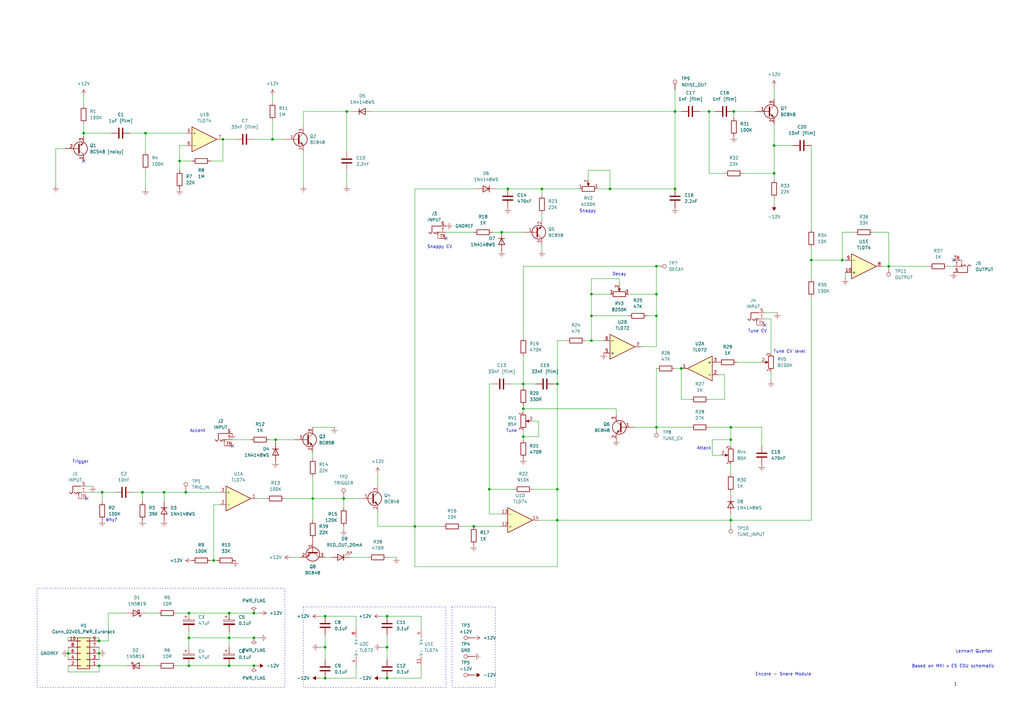
<source format=kicad_sch>
(kicad_sch (version 20231120) (generator "eeschema") (generator_version "8.0")
  (paper "A3")
  (junction (at 76.2 201.93))
  (junction (at 133.35 278.13))
  (junction (at 364.49 109.22))
  (junction (at 208.28 77.47))
  (junction (at 142.24 45.72))
  (junction (at 269.24 175.26))
  (junction (at 194.31 215.9))
  (junction (at 345.44 106.68))
  (junction (at 317.5 59.69))
  (junction (at 214.63 157.48))
  (junction (at 158.75 265.43))
  (junction (at 77.47 261.62))
  (junction (at 133.35 252.73))
  (junction (at 104.14 273.05))
  (junction (at 93.98 261.62))
  (junction (at 27.94 267.97))
  (junction (at 133.35 265.43))
  (junction (at 111.76 57.15))
  (junction (at 104.14 251.46))
  (junction (at 93.98 251.46))
  (junction (at 40.64 273.05))
  (junction (at 242.57 139.7))
  (junction (at 200.66 200.66))
  (junction (at 269.24 120.65))
  (junction (at 87.63 229.87))
  (junction (at 113.03 180.34))
  (junction (at 299.72 180.34))
  (junction (at 214.63 167.64))
  (junction (at 73.66 66.04))
  (junction (at 269.24 129.54))
  (junction (at 140.97 204.47))
  (junction (at 276.86 77.47))
  (junction (at 242.57 120.65))
  (junction (at 332.74 106.68))
  (junction (at 40.64 262.89))
  (junction (at 228.6 200.66))
  (junction (at 279.4 151.13))
  (junction (at 228.6 157.48))
  (junction (at 34.29 54.61))
  (junction (at 250.19 77.47))
  (junction (at 228.6 213.36))
  (junction (at 77.47 251.46))
  (junction (at 242.57 129.54))
  (junction (at 40.64 267.97))
  (junction (at 158.75 278.13))
  (junction (at 59.69 54.61))
  (junction (at 300.99 45.72))
  (junction (at 91.44 57.15))
  (junction (at 317.5 71.12))
  (junction (at 214.63 179.07))
  (junction (at 290.83 45.72))
  (junction (at 77.47 273.05))
  (junction (at 41.91 201.93))
  (junction (at 104.14 261.62))
  (junction (at 170.18 215.9))
  (junction (at 67.31 201.93))
  (junction (at 299.72 213.36))
  (junction (at 58.42 201.93))
  (junction (at 299.72 175.26))
  (junction (at 128.27 204.47))
  (junction (at 93.98 273.05))
  (junction (at 205.74 95.25))
  (junction (at 222.25 77.47))
  (junction (at 158.75 252.73))
  (junction (at 269.24 109.22))
  (junction (at 276.86 45.72))
  (no_connect (at 95.25 182.88))
  (no_connect (at 34.29 66.04))
  (no_connect (at 182.88 97.79))
  (no_connect (at 35.56 204.47))
  (no_connect (at 391.16 106.68))
  (no_connect (at 313.69 133.35))
  (wire (pts (xy 172.72 273.05) (xy 172.72 278.13)))
  (wire (pts (xy 133.35 278.13) (xy 146.05 278.13)))
  (wire (pts (xy 40.64 275.59) (xy 40.64 273.05)))
  (wire (pts (xy 242.57 120.65) (xy 242.57 129.54)))
  (wire (pts (xy 58.42 201.93) (xy 67.31 201.93)))
  (wire (pts (xy 332.74 213.36) (xy 332.74 121.92)))
  (wire (pts (xy 299.72 180.34) (xy 299.72 182.88)))
  (wire (pts (xy 299.72 175.26) (xy 299.72 180.34)))
  (wire (pts (xy 218.44 200.66) (xy 228.6 200.66)))
  (wire (pts (xy 317.5 83.82) (xy 317.5 81.28)))
  (wire (pts (xy 156.21 278.13) (xy 158.75 278.13)))
  (wire (pts (xy 128.27 195.58) (xy 128.27 204.47)))
  (wire (pts (xy 44.45 251.46) (xy 52.07 251.46)))
  (wire (pts (xy 269.24 175.26) (xy 283.21 175.26)))
  (wire (pts (xy 87.63 229.87) (xy 88.9 229.87)))
  (wire (pts (xy 228.6 213.36) (xy 299.72 213.36)))
  (wire (pts (xy 364.49 109.22) (xy 364.49 95.25)))
  (wire (pts (xy 325.12 59.69) (xy 317.5 59.69)))
  (wire (pts (xy 146.05 257.81) (xy 146.05 252.73)))
  (wire (pts (xy 241.3 69.85) (xy 250.19 69.85)))
  (wire (pts (xy 297.18 71.12) (xy 290.83 71.12)))
  (wire (pts (xy 40.64 261.62) (xy 27.94 261.62)))
  (wire (pts (xy 95.25 180.34) (xy 102.87 180.34)))
  (wire (pts (xy 40.64 262.89) (xy 40.64 261.62)))
  (wire (pts (xy 40.64 265.43) (xy 40.64 267.97)))
  (wire (pts (xy 146.05 252.73) (xy 133.35 252.73)))
  (wire (pts (xy 332.74 59.69) (xy 332.74 93.98)))
  (wire (pts (xy 73.66 66.04) (xy 73.66 69.85)))
  (wire (pts (xy 214.63 158.75) (xy 214.63 157.48)))
  (wire (pts (xy 214.63 95.25) (xy 205.74 95.25)))
  (wire (pts (xy 130.81 252.73) (xy 133.35 252.73)))
  (wire (pts (xy 269.24 109.22) (xy 269.24 120.65)))
  (wire (pts (xy 228.6 200.66) (xy 228.6 213.36)))
  (wire (pts (xy 242.57 114.3) (xy 242.57 120.65)))
  (wire (pts (xy 279.4 163.83) (xy 279.4 151.13)))
  (wire (pts (xy 208.28 77.47) (xy 222.25 77.47)))
  (wire (pts (xy 59.69 77.47) (xy 59.69 69.85)))
  (wire (pts (xy 111.76 49.53) (xy 111.76 57.15)))
  (wire (pts (xy 260.35 175.26) (xy 269.24 175.26)))
  (wire (pts (xy 116.84 57.15) (xy 111.76 57.15)))
  (wire (pts (xy 104.14 57.15) (xy 111.76 57.15)))
  (wire (pts (xy 158.75 260.35) (xy 158.75 265.43)))
  (wire (pts (xy 158.75 265.43) (xy 158.75 270.51)))
  (wire (pts (xy 78.74 66.04) (xy 73.66 66.04)))
  (wire (pts (xy 124.46 45.72) (xy 124.46 52.07)))
  (wire (pts (xy 240.03 139.7) (xy 242.57 139.7)))
  (wire (pts (xy 205.74 95.25) (xy 201.93 95.25)))
  (wire (pts (xy 110.49 180.34) (xy 113.03 180.34)))
  (wire (pts (xy 276.86 45.72) (xy 276.86 36.83)))
  (wire (pts (xy 140.97 208.28) (xy 140.97 204.47)))
  (wire (pts (xy 220.98 213.36) (xy 228.6 213.36)))
  (wire (pts (xy 91.44 66.04) (xy 91.44 57.15)))
  (wire (pts (xy 133.35 260.35) (xy 133.35 265.43)))
  (wire (pts (xy 113.03 181.61) (xy 113.03 180.34)))
  (wire (pts (xy 76.2 54.61) (xy 59.69 54.61)))
  (wire (pts (xy 276.86 151.13) (xy 279.4 151.13)))
  (wire (pts (xy 93.98 273.05) (xy 104.14 273.05)))
  (wire (pts (xy 257.81 120.65) (xy 269.24 120.65)))
  (wire (pts (xy 93.98 261.62) (xy 104.14 261.62)))
  (wire (pts (xy 332.74 114.3) (xy 332.74 106.68)))
  (wire (pts (xy 222.25 90.17) (xy 222.25 87.63)))
  (wire (pts (xy 242.57 139.7) (xy 247.65 139.7)))
  (wire (pts (xy 299.72 214.63) (xy 299.72 213.36)))
  (wire (pts (xy 27.94 273.05) (xy 27.94 275.59)))
  (wire (pts (xy 313.69 130.81) (xy 316.23 130.81)))
  (wire (pts (xy 119.38 228.6) (xy 123.19 228.6)))
  (wire (pts (xy 86.36 229.87) (xy 87.63 229.87)))
  (wire (pts (xy 316.23 156.21) (xy 316.23 152.4)))
  (wire (pts (xy 146.05 273.05) (xy 146.05 278.13)))
  (wire (pts (xy 76.2 201.93) (xy 90.17 201.93)))
  (wire (pts (xy 140.97 204.47) (xy 147.32 204.47)))
  (wire (pts (xy 54.61 201.93) (xy 58.42 201.93)))
  (wire (pts (xy 214.63 109.22) (xy 214.63 138.43)))
  (wire (pts (xy 45.72 54.61) (xy 34.29 54.61)))
  (wire (pts (xy 228.6 232.41) (xy 170.18 232.41)))
  (wire (pts (xy 317.5 71.12) (xy 304.8 71.12)))
  (wire (pts (xy 214.63 179.07) (xy 214.63 176.53)))
  (wire (pts (xy 59.69 273.05) (xy 64.77 273.05)))
  (wire (pts (xy 40.64 267.97) (xy 40.64 270.51)))
  (wire (pts (xy 292.1 180.34) (xy 299.72 180.34)))
  (wire (pts (xy 276.86 45.72) (xy 279.4 45.72)))
  (wire (pts (xy 172.72 252.73) (xy 172.72 257.81)))
  (wire (pts (xy 269.24 151.13) (xy 269.24 175.26)))
  (wire (pts (xy 242.57 129.54) (xy 257.81 129.54)))
  (wire (pts (xy 254 114.3) (xy 242.57 114.3)))
  (wire (pts (xy 203.2 77.47) (xy 208.28 77.47)))
  (wire (pts (xy 34.29 50.8) (xy 34.29 54.61)))
  (wire (pts (xy 77.47 259.08) (xy 77.47 261.62)))
  (wire (pts (xy 133.35 265.43) (xy 130.81 265.43)))
  (wire (pts (xy 361.95 109.22) (xy 364.49 109.22)))
  (wire (pts (xy 124.46 76.2) (xy 124.46 62.23)))
  (wire (pts (xy 35.56 201.93) (xy 41.91 201.93)))
  (wire (pts (xy 317.5 73.66) (xy 317.5 71.12)))
  (wire (pts (xy 214.63 167.64) (xy 214.63 166.37)))
  (wire (pts (xy 158.75 265.43) (xy 156.21 265.43)))
  (wire (pts (xy 269.24 142.24) (xy 269.24 129.54)))
  (wire (pts (xy 67.31 205.74) (xy 67.31 201.93)))
  (wire (pts (xy 297.18 153.67) (xy 297.18 163.83)))
  (wire (pts (xy 113.03 180.34) (xy 120.65 180.34)))
  (wire (pts (xy 332.74 106.68) (xy 345.44 106.68)))
  (wire (pts (xy 312.42 175.26) (xy 299.72 175.26)))
  (wire (pts (xy 220.98 172.72) (xy 220.98 179.07)))
  (wire (pts (xy 200.66 157.48) (xy 200.66 200.66)))
  (wire (pts (xy 242.57 129.54) (xy 242.57 139.7)))
  (wire (pts (xy 104.14 273.05) (xy 105.41 273.05)))
  (wire (pts (xy 228.6 157.48) (xy 228.6 200.66)))
  (wire (pts (xy 41.91 205.74) (xy 41.91 201.93)))
  (wire (pts (xy 205.74 215.9) (xy 194.31 215.9)))
  (wire (pts (xy 152.4 45.72) (xy 276.86 45.72)))
  (wire (pts (xy 350.52 95.25) (xy 345.44 95.25)))
  (wire (pts (xy 96.52 57.15) (xy 91.44 57.15)))
  (wire (pts (xy 214.63 157.48) (xy 209.55 157.48)))
  (wire (pts (xy 222.25 77.47) (xy 237.49 77.47)))
  (wire (pts (xy 228.6 213.36) (xy 228.6 232.41)))
  (wire (pts (xy 154.94 194.31) (xy 154.94 199.39)))
  (wire (pts (xy 87.63 229.87) (xy 87.63 207.01)))
  (wire (pts (xy 158.75 278.13) (xy 172.72 278.13)))
  (wire (pts (xy 345.44 95.25) (xy 345.44 106.68)))
  (wire (pts (xy 201.93 157.48) (xy 200.66 157.48)))
  (wire (pts (xy 214.63 168.91) (xy 214.63 167.64)))
  (wire (pts (xy 86.36 66.04) (xy 91.44 66.04)))
  (wire (pts (xy 388.62 109.22) (xy 391.16 109.22)))
  (wire (pts (xy 170.18 232.41) (xy 170.18 215.9)))
  (wire (pts (xy 77.47 251.46) (xy 93.98 251.46)))
  (wire (pts (xy 128.27 204.47) (xy 140.97 204.47)))
  (wire (pts (xy 27.94 265.43) (xy 27.94 267.97)))
  (wire (pts (xy 294.64 153.67) (xy 297.18 153.67)))
  (wire (pts (xy 200.66 200.66) (xy 210.82 200.66)))
  (wire (pts (xy 312.42 148.59) (xy 302.26 148.59)))
  (wire (pts (xy 254 114.3) (xy 254 116.84)))
  (wire (pts (xy 252.73 167.64) (xy 252.73 170.18)))
  (wire (pts (xy 332.74 101.6) (xy 332.74 106.68)))
  (wire (pts (xy 220.98 179.07) (xy 214.63 179.07)))
  (wire (pts (xy 124.46 45.72) (xy 142.24 45.72)))
  (wire (pts (xy 283.21 163.83) (xy 279.4 163.83)))
  (wire (pts (xy 104.14 261.62) (xy 106.68 261.62)))
  (wire (pts (xy 58.42 205.74) (xy 58.42 201.93)))
  (wire (pts (xy 142.24 45.72) (xy 142.24 62.23)))
  (wire (pts (xy 299.72 210.82) (xy 299.72 213.36)))
  (wire (pts (xy 364.49 95.25) (xy 358.14 95.25)))
  (wire (pts (xy 214.63 167.64) (xy 252.73 167.64)))
  (wire (pts (xy 245.11 77.47) (xy 250.19 77.47)))
  (wire (pts (xy 218.44 172.72) (xy 220.98 172.72)))
  (wire (pts (xy 135.89 228.6) (xy 133.35 228.6)))
  (wire (pts (xy 250.19 69.85) (xy 250.19 77.47)))
  (wire (pts (xy 287.02 45.72) (xy 290.83 45.72)))
  (wire (pts (xy 170.18 77.47) (xy 195.58 77.47)))
  (wire (pts (xy 194.31 215.9) (xy 189.23 215.9)))
  (wire (pts (xy 44.45 251.46) (xy 44.45 262.89)))
  (wire (pts (xy 67.31 201.93) (xy 76.2 201.93)))
  (wire (pts (xy 93.98 251.46) (xy 104.14 251.46)))
  (wire (pts (xy 59.69 251.46) (xy 64.77 251.46)))
  (wire (pts (xy 116.84 204.47) (xy 128.27 204.47)))
  (wire (pts (xy 250.19 77.47) (xy 276.86 77.47)))
  (wire (pts (xy 41.91 201.93) (xy 46.99 201.93)))
  (wire (pts (xy 317.5 50.8) (xy 317.5 59.69)))
  (wire (pts (xy 73.66 59.69) (xy 73.66 66.04)))
  (wire (pts (xy 299.72 201.93) (xy 299.72 203.2)))
  (wire (pts (xy 154.94 209.55) (xy 154.94 215.9)))
  (wire (pts (xy 299.72 213.36) (xy 332.74 213.36)))
  (wire (pts (xy 269.24 120.65) (xy 269.24 129.54)))
  (wire (pts (xy 77.47 261.62) (xy 77.47 265.43)))
  (wire (pts (xy 76.2 59.69) (xy 73.66 59.69)))
  (wire (pts (xy 40.64 273.05) (xy 52.07 273.05)))
  (wire (pts (xy 105.41 204.47) (xy 109.22 204.47)))
  (wire (pts (xy 111.76 41.91) (xy 111.76 39.37)))
  (wire (pts (xy 128.27 185.42) (xy 128.27 187.96)))
  (wire (pts (xy 290.83 175.26) (xy 299.72 175.26)))
  (wire (pts (xy 72.39 273.05) (xy 77.47 273.05)))
  (wire (pts (xy 137.16 175.26) (xy 128.27 175.26)))
  (wire (pts (xy 133.35 265.43) (xy 133.35 270.51)))
  (wire (pts (xy 346.71 114.3) (xy 346.71 111.76)))
  (wire (pts (xy 293.37 45.72) (xy 290.83 45.72)))
  (wire (pts (xy 219.71 157.48) (xy 214.63 157.48)))
  (wire (pts (xy 72.39 251.46) (xy 77.47 251.46)))
  (wire (pts (xy 265.43 129.54) (xy 269.24 129.54)))
  (wire (pts (xy 77.47 273.05) (xy 93.98 273.05)))
  (wire (pts (xy 318.77 128.27) (xy 313.69 128.27)))
  (wire (pts (xy 104.14 251.46) (xy 106.68 251.46)))
  (wire (pts (xy 27.94 267.97) (xy 27.94 270.51)))
  (wire (pts (xy 364.49 109.22) (xy 381 109.22)))
  (wire (pts (xy 27.94 275.59) (xy 40.64 275.59)))
  (wire (pts (xy 156.21 252.73) (xy 158.75 252.73)))
  (wire (pts (xy 22.86 60.96) (xy 26.67 60.96)))
  (wire (pts (xy 77.47 261.62) (xy 93.98 261.62)))
  (wire (pts (xy 87.63 207.01) (xy 90.17 207.01)))
  (wire (pts (xy 299.72 190.5) (xy 299.72 194.31)))
  (wire (pts (xy 144.78 45.72) (xy 142.24 45.72)))
  (wire (pts (xy 276.86 77.47) (xy 276.86 45.72)))
  (wire (pts (xy 262.89 142.24) (xy 269.24 142.24)))
  (wire (pts (xy 290.83 71.12) (xy 290.83 45.72)))
  (wire (pts (xy 297.18 163.83) (xy 290.83 163.83)))
  (wire (pts (xy 38.1 199.39) (xy 35.56 199.39)))
  (wire (pts (xy 170.18 215.9) (xy 181.61 215.9)))
  (wire (pts (xy 295.91 186.69) (xy 292.1 186.69)))
  (wire (pts (xy 316.23 130.81) (xy 316.23 144.78)))
  (wire (pts (xy 93.98 261.62) (xy 93.98 265.43)))
  (wire (pts (xy 44.45 262.89) (xy 40.64 262.89)))
  (wire (pts (xy 232.41 139.7) (xy 228.6 139.7)))
  (wire (pts (xy 34.29 54.61) (xy 34.29 55.88)))
  (wire (pts (xy 158.75 252.73) (xy 172.72 252.73)))
  (wire (pts (xy 128.27 213.36) (xy 128.27 204.47)))
  (wire (pts (xy 93.98 259.08) (xy 93.98 261.62)))
  (wire (pts (xy 292.1 186.69) (xy 292.1 180.34)))
  (wire (pts (xy 309.88 45.72) (xy 300.99 45.72)))
  (wire (pts (xy 142.24 76.2) (xy 142.24 69.85)))
  (wire (pts (xy 140.97 217.17) (xy 140.97 215.9)))
  (wire (pts (xy 214.63 179.07) (xy 214.63 180.34)))
  (wire (pts (xy 222.25 102.87) (xy 222.25 100.33)))
  (wire (pts (xy 222.25 80.01) (xy 222.25 77.47)))
  (wire (pts (xy 214.63 146.05) (xy 214.63 157.48)))
  (wire (pts (xy 312.42 182.88) (xy 312.42 175.26)))
  (wire (pts (xy 300.99 48.26) (xy 300.99 45.72)))
  (wire (pts (xy 228.6 157.48) (xy 227.33 157.48)))
  (wire (pts (xy 317.5 35.56) (xy 317.5 40.64)))
  (wire (pts (xy 250.19 120.65) (xy 242.57 120.65)))
  (wire (pts (xy 130.81 278.13) (xy 133.35 278.13)))
  (wire (pts (xy 241.3 73.66) (xy 241.3 69.85)))
  (wire (pts (xy 194.31 95.25) (xy 182.88 95.25)))
  (wire (pts (xy 34.29 39.37) (xy 34.29 43.18)))
  (wire (pts (xy 200.66 210.82) (xy 200.66 200.66)))
  (wire (pts (xy 53.34 54.61) (xy 59.69 54.61)))
  (wire (pts (xy 170.18 77.47) (xy 170.18 215.9)))
  (wire (pts (xy 228.6 139.7) (xy 228.6 157.48)))
  (wire (pts (xy 205.74 210.82) (xy 200.66 210.82)))
  (wire (pts (xy 345.44 106.68) (xy 346.71 106.68)))
  (wire (pts (xy 269.24 109.22) (xy 214.63 109.22)))
  (wire (pts (xy 27.94 261.62) (xy 27.94 262.89)))
  (wire (pts (xy 22.86 76.2) (xy 22.86 60.96)))
  (wire (pts (xy 59.69 54.61) (xy 59.69 62.23)))
  (wire (pts (xy 154.94 215.9) (xy 170.18 215.9)))
  (wire (pts (xy 158.75 228.6) (xy 162.56 228.6)))
  (wire (pts (xy 317.5 59.69) (xy 317.5 71.12)))
  (wire (pts (xy 151.13 228.6) (xy 143.51 228.6)))
  (rectangle (start 185.42 248.92) (end 203.2 281.94) (stroke (width 0.254) (type dot)))
  (rectangle (start 15.24 241.3) (end 116.84 281.94) (stroke (width 0.25) (type dot)))
  (rectangle (start 124.46 248.92) (end 182.88 281.94) (stroke (width 0.25) (type dot)))
  (text "Trigger" (at 33.02 189.484 0) (effects (font (size 1.27 1.27))))
  (text "Snappy" (at 241.046 86.614 0) (effects (font (size 1.27 1.27))))
  (text "Tune CV level" (at 323.85 144.272 0) (effects (font (size 1.27 1.27))))
  (text "Accent" (at 81.026 176.784 0) (effects (font (size 1.27 1.27))))
  (text "Attack" (at 288.798 183.896 0) (effects (font (size 1.27 1.27))))
  (text "Tune CV" (at 310.642 135.89 0) (effects (font (size 1.27 1.27))))
  (text "Tune" (at 209.804 176.784 0) (effects (font (size 1.27 1.27))))
  (text "Encore - Snare Module" (at 321.31 276.606 0) (effects (font (size 1.27 1.27))))
  (text "Decay" (at 254 112.522 0) (effects (font (size 1.27 1.27))))
  (text "Why?" (at 45.72 213.36 0) (effects (font (size 1.27 1.27))))
  (text "Snappy CV" (at 180.34 101.346 0) (effects (font (size 1.27 1.27))))
  (text "Lennart Querter" (at 399.542 267.208 0) (effects (font (size 1.27 1.27))))
  (text "1" (at 391.922 280.67 0) (effects (font (size 1.27 1.27))))
  (text "Based on MKI x ES EDU schematic" (at 390.906 273.304 0) (effects (font (size 1.27 1.27))))
  (symbol (lib_id "synth:R_Default") (at 194.31 219.71 180) (unit 1)
    (property "Reference" "R17" (at 196.85 218.4399 0) (effects (justify right)))
    (property "Value" "1K" (at 196.85 220.9799 0) (effects (justify right)))
    (property "Footprint" "Resistor_SMD:R_0805_2012Metric_Pad1.20x1.40mm_HandSolder" (effects (hide yes)))
    (property "Description" "Resistor" (effects (hide yes)))
  )
  (symbol (lib_id "synth:R_Default") (at 92.71 229.87 90) (unit 1)
    (property "Reference" "R10" (at 92.71 223.52 90))
    (property "Value" "33K" (at 92.71 226.06 90))
    (property "Footprint" "Resistor_SMD:R_0805_2012Metric_Pad1.20x1.40mm_HandSolder" (effects (hide yes)))
    (property "Description" "Resistor" (effects (hide yes)))
  )
  (symbol (lib_id "synth:R_Default") (at 214.63 200.66 270) (unit 1)
    (property "Reference" "R22" (at 214.63 194.31 90))
    (property "Value" "910K" (at 214.63 196.85 90))
    (property "Footprint" "Resistor_SMD:R_0805_2012Metric_Pad1.20x1.40mm_HandSolder" (effects (hide yes)))
    (property "Description" "Resistor" (effects (hide yes)))
  )
  (symbol (lib_id "power:GNDREF") (at 247.65 144.78 0) (unit 1)
    (property "Reference" "#PWR039" (effects (hide yes)))
    (property "Value" "GNDREF" (effects (hide yes)))
    (property "Description" "Power symbol creates a global label with name \"GNDREF\" , reference supply ground" (effects (hide yes)))
  )
  (symbol (lib_id "synth:R_Default") (at 140.97 212.09 0) (unit 1)
    (property "Reference" "R15" (at 138.43 210.8199 0) (effects (justify right)))
    (property "Value" "120K" (at 138.43 213.3599 0) (effects (justify right)))
    (property "Footprint" "Resistor_SMD:R_0805_2012Metric_Pad1.20x1.40mm_HandSolder" (effects (hide yes)))
    (property "Description" "Resistor" (effects (hide yes)))
  )
  (symbol (lib_id "Transistor_BJT:BC848") (at 121.92 57.15 0) (unit 1)
    (property "Reference" "Q2" (at 127 55.8799 0) (effects (justify left)))
    (property "Value" "BC848" (at 127 58.4199 0) (effects (justify left)))
    (property "Footprint" "Package_TO_SOT_SMD:SOT-23_Handsoldering" (effects (hide yes)))
    (property "Datasheet" "http://www.infineon.com/dgdl/Infineon-BC847SERIES_BC848SERIES_BC849SERIES_BC850SERIES-DS-v01_01-en.pdf?fileId=db3a304314dca389011541d4630a1657" (effects (hide yes)))
    (property "Description" "0.1A Ic, 30V Vce, NPN Transistor, SOT-23" (effects (hide yes)))
  )
  (symbol (lib_id "power:GNDREF") (at 391.16 111.76 0) (unit 1)
    (property "Reference" "#PWR049" (effects (hide yes)))
    (property "Value" "GNDREF" (effects (hide yes)))
    (property "Description" "Power symbol creates a global label with name \"GNDREF\" , reference supply ground" (effects (hide yes)))
  )
  (symbol (lib_id "power:-12V") (at 105.41 273.05 270) (unit 1)
    (property "Reference" "#PWR014" (effects (hide yes)))
    (property "Value" "-12V" (at 109.22 273.0499 90) (effects (justify left)))
    (property "Description" "Power symbol creates a global label with name \"-12V\"" (effects (hide yes)))
  )
  (symbol (lib_id "Device:R") (at 128.27 217.17 0) (unit 1)
    (property "Reference" "R39" (at 130.81 215.8999 0) (effects (justify left)))
    (property "Value" "22K" (at 130.81 218.4399 0) (effects (justify left)))
    (property "Footprint" "Resistor_SMD:R_0805_2012Metric_Pad1.20x1.40mm_HandSolder" (effects (hide yes)))
    (property "Description" "Resistor" (effects (hide yes)))
  )
  (symbol (lib_id "Diode:1N4148WS") (at 205.74 99.06 270) (unit 1)
    (property "Reference" "D7" (at 203.2 97.7899 90) (effects (justify right)))
    (property "Value" "1N4148WS" (at 203.2 100.3299 90) (effects (justify right)))
    (property "Footprint" "Diode_SMD:D_SOD-323_HandSoldering" (effects (hide yes)))
    (property "Datasheet" "https://www.vishay.com/docs/85751/1n4148ws.pdf" (effects (hide yes)))
    (property "Description" "75V 0.15A Fast switching Diode, SOD-323" (effects (hide yes)))
    (property "Sim.Device" "D" (effects (hide yes)))
    (property "Sim.Pins" "1=K 2=A" (effects (hide yes)))
  )
  (symbol (lib_id "power:GNDREF") (at 318.77 128.27 0) (unit 1)
    (property "Reference" "#PWR043" (effects (hide yes)))
    (property "Value" "GNDREF" (effects (hide yes)))
    (property "Description" "Power symbol creates a global label with name \"GNDREF\" , reference supply ground" (effects (hide yes)))
  )
  (symbol (lib_id "synth:C_sm (MKS)") (at 328.93 59.69 90) (unit 1)
    (property "Reference" "C20" (at 328.93 52.07 90))
    (property "Value" "10nF [film]" (at 328.93 54.61 90))
    (property "Footprint" "Synth:C_RECT_WIMA_0.1uF" (effects (hide yes)))
    (property "Description" "Unpolarized capacitor" (effects (hide yes)))
  )
  (symbol (lib_id "Transistor_BJT:BC858") (at 219.71 95.25 0) (mirror x) (unit 1)
    (property "Reference" "Q5" (at 224.79 93.9799 0) (effects (justify left)))
    (property "Value" "BC858" (at 224.79 96.5199 0) (effects (justify left)))
    (property "Footprint" "Package_TO_SOT_SMD:SOT-23_Handsoldering" (effects (hide yes)))
    (property "Datasheet" "https://www.onsemi.com/pub/Collateral/BC860-D.pdf" (effects (hide yes)))
    (property "Description" "0.1A Ic, 30V Vce, PNP Transistor, SOT-23" (effects (hide yes)))
  )
  (symbol (lib_id "power:GNDREF") (at 205.74 102.87 0) (unit 1)
    (property "Reference" "#PWR035" (effects (hide yes)))
    (property "Value" "GNDREF" (effects (hide yes)))
    (property "Description" "Power symbol creates a global label with name \"GNDREF\" , reference supply ground" (effects (hide yes)))
  )
  (symbol (lib_id "synth:R_Default") (at 73.66 73.66 0) (unit 1)
    (property "Reference" "R7" (at 76.2 72.3899 0) (effects (justify left)))
    (property "Value" "22K" (at 76.2 74.9299 0) (effects (justify left)))
    (property "Footprint" "Resistor_SMD:R_0805_2012Metric_Pad1.20x1.40mm_HandSolder" (effects (hide yes)))
    (property "Description" "Resistor" (effects (hide yes)))
  )
  (symbol (lib_id "Connector:TestPoint") (at 364.49 109.22 180) (unit 1) (in_bom no)
    (property "Reference" "TP11" (at 367.03 111.2519 0) (effects (justify right)))
    (property "Value" "OUTPUT" (at 367.03 113.7919 0) (effects (justify right)))
    (property "Footprint" "Connector_Pin:Pin_D1.0mm_L10.0mm" (effects (hide yes)))
    (property "Description" "test point" (effects (hide yes)))
  )
  (symbol (lib_id "Amplifier_Operational:TL072") (at 148.59 265.43 0) (unit 3)
    (property "Reference" "U2" (at 147.32 264.1599 0) (effects (justify left)))
    (property "Value" "TL072" (at 147.32 266.6999 0) (effects (justify left)))
    (property "Footprint" "Synth:SOIC-8" (effects (hide yes)))
    (property "Datasheet" "http://www.ti.com/lit/ds/symlink/tl071.pdf" (effects (hide yes)))
    (property "Description" "Dual Low-Noise JFET-Input Operational Amplifiers, DIP-8/SOIC-8" (effects (hide yes)))
  )
  (symbol (lib_id "Diode:1N4148WS") (at 299.72 207.01 270) (unit 1)
    (property "Reference" "D8" (at 302.26 205.7399 90) (effects (justify left)))
    (property "Value" "1N4148WS" (at 302.26 208.2799 90) (effects (justify left)))
    (property "Footprint" "Diode_SMD:D_SOD-323_HandSoldering" (effects (hide yes)))
    (property "Datasheet" "https://www.vishay.com/docs/85751/1n4148ws.pdf" (effects (hide yes)))
    (property "Description" "75V 0.15A Fast switching Diode, SOD-323" (effects (hide yes)))
    (property "Sim.Device" "D" (effects (hide yes)))
    (property "Sim.Pins" "1=K 2=A" (effects (hide yes)))
  )
  (symbol (lib_id "power:+12V") (at 34.29 39.37 0) (unit 1)
    (property "Reference" "#PWR03" (effects (hide yes)))
    (property "Value" "+12V" (at 34.29 34.29 0))
    (property "Description" "Power symbol creates a global label with name \"+12V\"" (effects (hide yes)))
  )
  (symbol (lib_id "Device:C") (at 158.75 274.32 0) (unit 1)
    (property "Reference" "C12" (at 162.56 273.0499 0) (effects (justify left)))
    (property "Value" "0.1uF" (at 162.56 275.5899 0) (effects (justify left)))
    (property "Footprint" "Capacitor_SMD:C_0805_2012Metric_Pad1.18x1.45mm_HandSolder" (effects (hide yes)))
    (property "Description" "Unpolarized capacitor" (effects (hide yes)))
  )
  (symbol (lib_id "synth:R_Default") (at 354.33 95.25 270) (unit 1)
    (property "Reference" "R36" (at 354.33 88.9 90))
    (property "Value" "33K" (at 354.33 91.44 90))
    (property "Footprint" "Resistor_SMD:R_0805_2012Metric_Pad1.20x1.40mm_HandSolder" (effects (hide yes)))
    (property "Description" "Resistor" (effects (hide yes)))
  )
  (symbol (lib_id "Diode:1N4148WS") (at 199.39 77.47 180) (unit 1)
    (property "Reference" "D6" (at 199.39 71.12 0))
    (property "Value" "1N4148WS" (at 199.39 73.66 0))
    (property "Footprint" "Diode_SMD:D_SOD-323_HandSoldering" (effects (hide yes)))
    (property "Datasheet" "https://www.vishay.com/docs/85751/1n4148ws.pdf" (effects (hide yes)))
    (property "Description" "75V 0.15A Fast switching Diode, SOD-323" (effects (hide yes)))
    (property "Sim.Device" "D" (effects (hide yes)))
    (property "Sim.Pins" "1=K 2=A" (effects (hide yes)))
  )
  (symbol (lib_id "Connector:TestPoint") (at 76.2 201.93 0) (unit 1) (in_bom no)
    (property "Reference" "TP1" (at 78.74 197.3579 0) (effects (justify left)))
    (property "Value" "TRIG_IN" (at 78.74 199.8979 0) (effects (justify left)))
    (property "Footprint" "Connector_Pin:Pin_D1.0mm_L10.0mm" (effects (hide yes)))
    (property "Description" "test point" (effects (hide yes)))
  )
  (symbol (lib_id "synth:R_Default") (at 82.55 66.04 270) (unit 1)
    (property "Reference" "R8" (at 82.55 69.85 90))
    (property "Value" "1M" (at 82.55 72.39 90))
    (property "Footprint" "Resistor_SMD:R_0805_2012Metric_Pad1.20x1.40mm_HandSolder" (effects (hide yes)))
    (property "Description" "Resistor" (effects (hide yes)))
  )
  (symbol (lib_id "Diode:1N5819") (at 55.88 273.05 0) (unit 1)
    (property "Reference" "D2" (at 55.5625 266.7 0))
    (property "Value" "1N5819" (at 55.5625 269.24 0))
    (property "Footprint" "Diode_SMD:D_SOD-123" (effects (hide yes)))
    (property "Datasheet" "http://www.vishay.com/docs/88525/1n5817.pdf" (effects (hide yes)))
    (property "Description" "40V 1A Schottky Barrier Rectifier Diode, DO-41" (effects (hide yes)))
  )
  (symbol (lib_id "power:GNDREF") (at 346.71 114.3 0) (unit 1)
    (property "Reference" "#PWR048" (effects (hide yes)))
    (property "Value" "GNDREF" (effects (hide yes)))
    (property "Description" "Power symbol creates a global label with name \"GNDREF\" , reference supply ground" (effects (hide yes)))
  )
  (symbol (lib_id "synth:R_Default") (at 300.99 52.07 180) (unit 1)
    (property "Reference" "R31" (at 303.53 50.7999 0) (effects (justify right)))
    (property "Value" "100K" (at 303.53 53.3399 0) (effects (justify right)))
    (property "Footprint" "Resistor_SMD:R_0805_2012Metric_Pad1.20x1.40mm_HandSolder" (effects (hide yes)))
    (property "Description" "Resistor" (effects (hide yes)))
  )
  (symbol (lib_id "synth:R_Potentiometer (P0915N)") (at 214.63 172.72 0) (unit 1)
    (property "Reference" "RV1" (at 212.09 171.4499 0) (effects (justify right)))
    (property "Value" "B5K" (at 212.09 173.9899 0) (effects (justify right)))
    (property "Footprint" "Synth:Potentiometer_TT_P0915N" (effects (hide yes)))
    (property "Description" "Potentiometer" (effects (hide yes)))
  )
  (symbol (lib_id "synth:R_Default") (at 332.74 118.11 180) (unit 1)
    (property "Reference" "R35" (at 335.28 116.8399 0) (effects (justify right)))
    (property "Value" "100K" (at 335.28 119.3799 0) (effects (justify right)))
    (property "Footprint" "Resistor_SMD:R_0805_2012Metric_Pad1.20x1.40mm_HandSolder" (effects (hide yes)))
    (property "Description" "Resistor" (effects (hide yes)))
  )
  (symbol (lib_id "synth:C_sm (MKS)") (at 223.52 157.48 90) (unit 1)
    (property "Reference" "C15" (at 223.52 149.86 90))
    (property "Value" "33nF [film]" (at 223.52 152.4 90))
    (property "Footprint" "Synth:C_RECT_WIMA_0.1uF" (effects (hide yes)))
    (property "Description" "Unpolarized capacitor" (effects (hide yes)))
  )
  (symbol (lib_id "synth:AudioJack_Mono_3.5mm") (at 30.48 201.93 0) (unit 1)
    (property "Reference" "J1" (at 30.7975 194.31 0))
    (property "Value" "INPUT" (at 30.7975 196.85 0))
    (property "Footprint" "Synth:Jack_3.5mm_QingPu_WQP-PJ398SM_Vertical_CircularHoles" (effects (hide yes)))
    (property "Description" "Audio Jack, 2 Poles (Mono / TS), Switched T Pole (Normalling)" (effects (hide yes)))
  )
  (symbol (lib_id "Connector:TestPoint") (at 269.24 109.22 270) (unit 1) (in_bom no)
    (property "Reference" "TP7" (at 274.32 107.9499 90) (effects (justify left)))
    (property "Value" "DECAY" (at 274.32 110.4899 90) (effects (justify left)))
    (property "Footprint" "Connector_Pin:Pin_D1.0mm_L10.0mm" (effects (hide yes)))
    (property "Description" "test point" (effects (hide yes)))
  )
  (symbol (lib_id "power:GNDREF") (at 194.31 223.52 0) (unit 1)
    (property "Reference" "#PWR031" (effects (hide yes)))
    (property "Value" "GNDREF" (effects (hide yes)))
    (property "Description" "Power symbol creates a global label with name \"GNDREF\" , reference supply ground" (effects (hide yes)))
  )
  (symbol (lib_id "Device:R") (at 68.58 273.05 90) (unit 1)
    (property "Reference" "R6" (at 68.58 266.7 90))
    (property "Value" "10R" (at 68.58 269.24 90))
    (property "Footprint" "Resistor_SMD:R_0805_2012Metric_Pad1.20x1.40mm_HandSolder" (effects (hide yes)))
    (property "Description" "Resistor" (effects (hide yes)))
  )
  (symbol (lib_id "power:+12V") (at 111.76 39.37 0) (unit 1)
    (property "Reference" "#PWR017" (effects (hide yes)))
    (property "Value" "+12V" (at 111.76 34.29 0))
    (property "Description" "Power symbol creates a global label with name \"+12V\"" (effects (hide yes)))
  )
  (symbol (lib_id "power:GNDREF") (at 252.73 180.34 0) (unit 1)
    (property "Reference" "#PWR040" (effects (hide yes)))
    (property "Value" "GNDREF" (effects (hide yes)))
    (property "Description" "Power symbol creates a global label with name \"GNDREF\" , reference supply ground" (effects (hide yes)))
  )
  (symbol (lib_id "power:PWR_FLAG") (at 104.14 251.46 0) (unit 1) (exclude_from_sim yes) (in_bom no)
    (property "Reference" "#FLG01" (effects (hide yes)))
    (property "Value" "PWR_FLAG" (at 104.14 246.38 0))
    (property "Description" "Special symbol for telling ERC where power comes from" (effects (hide yes)))
  )
  (symbol (lib_id "Diode:1N5819") (at 55.88 251.46 180) (unit 1)
    (property "Reference" "D1" (at 56.1975 245.11 0))
    (property "Value" "1N5819" (at 56.1975 247.65 0))
    (property "Footprint" "Diode_SMD:D_SOD-123" (effects (hide yes)))
    (property "Datasheet" "http://www.vishay.com/docs/88525/1n5817.pdf" (effects (hide yes)))
    (property "Description" "40V 1A Schottky Barrier Rectifier Diode, DO-41" (effects (hide yes)))
  )
  (symbol (lib_id "synth:C_sm (MKS)") (at 50.8 201.93 90) (unit 1)
    (property "Reference" "C2" (at 50.8 194.31 90))
    (property "Value" "10nF" (at 50.8 196.85 90))
    (property "Footprint" "Capacitor_SMD:C_0805_2012Metric_Pad1.18x1.45mm_HandSolder" (effects (hide yes)))
    (property "Description" "Unpolarized capacitor" (effects (hide yes)))
  )
  (symbol (lib_id "Device:C_Polarized") (at 93.98 269.24 0) (unit 1)
    (property "Reference" "C6" (at 97.79 267.0809 0) (effects (justify left)))
    (property "Value" "0.1uF" (at 97.79 269.6209 0) (effects (justify left)))
    (property "Footprint" "Capacitor_THT:CP_Radial_D4.0mm_P2.00mm" (effects (hide yes)))
    (property "Description" "Polarized capacitor" (effects (hide yes)))
  )
  (symbol (lib_id "power:GNDREF") (at 208.28 85.09 0) (unit 1)
    (property "Reference" "#PWR036" (effects (hide yes)))
    (property "Value" "GNDREF" (effects (hide yes)))
    (property "Description" "Power symbol creates a global label with name \"GNDREF\" , reference supply ground" (effects (hide yes)))
  )
  (symbol (lib_id "power:GNDREF") (at 73.66 77.47 0) (unit 1)
    (property "Reference" "#PWR010" (effects (hide yes)))
    (property "Value" "GNDREF" (effects (hide yes)))
    (property "Description" "Power symbol creates a global label with name \"GNDREF\" , reference supply ground" (effects (hide yes)))
  )
  (symbol (lib_id "synth:R_Default") (at 261.62 129.54 90) (unit 1)
    (property "Reference" "R25" (at 261.62 123.19 90))
    (property "Value" "47K" (at 261.62 125.73 90))
    (property "Footprint" "Resistor_SMD:R_0805_2012Metric_Pad1.20x1.40mm_HandSolder" (effects (hide yes)))
    (property "Description" "Resistor" (effects (hide yes)))
  )
  (symbol (lib_id "synth:R_Potentiometer (P0915N)") (at 316.23 148.59 180) (unit 1)
    (property "Reference" "RV5" (at 318.77 147.3199 0) (effects (justify right)))
    (property "Value" "B100K" (at 318.77 149.8599 0) (effects (justify right)))
    (property "Footprint" "Synth:Potentiometer_TT_P0915N" (effects (hide yes)))
    (property "Description" "Potentiometer" (effects (hide yes)))
  )
  (symbol (lib_id "Connector:TestPoint") (at 194.31 261.62 90) (unit 1) (in_bom no)
    (property "Reference" "TP3" (at 191.008 256.54 90))
    (property "Value" "+12V" (at 191.008 259.08 90))
    (property "Footprint" "Connector_Pin:Pin_D1.0mm_L10.0mm" (effects (hide yes)))
    (property "Description" "test point" (effects (hide yes)))
  )
  (symbol (lib_id "power:-12V") (at 130.81 278.13 90) (unit 1)
    (property "Reference" "#PWR023" (effects (hide yes)))
    (property "Value" "-12V" (at 127 278.1299 90) (effects (justify left)))
    (property "Description" "Power symbol creates a global label with name \"-12V\"" (effects (hide yes)))
  )
  (symbol (lib_id "power:PWR_FLAG") (at 104.14 261.62 180) (unit 1) (exclude_from_sim yes) (in_bom no)
    (property "Reference" "#FLG02" (effects (hide yes)))
    (property "Value" "PWR_FLAG" (at 104.14 266.7 0))
    (property "Description" "Special symbol for telling ERC where power comes from" (effects (hide yes)))
  )
  (symbol (lib_id "Device:C_Polarized") (at 77.47 269.24 0) (unit 1)
    (property "Reference" "C4" (at 81.28 267.0809 0) (effects (justify left)))
    (property "Value" "47uF" (at 81.28 269.6209 0) (effects (justify left)))
    (property "Footprint" "Capacitor_THT:CP_Radial_D6.3mm_P2.50mm" (effects (hide yes)))
    (property "Description" "Polarized capacitor" (effects (hide yes)))
  )
  (symbol (lib_id "power:GNDREF") (at 106.68 261.62 90) (unit 1)
    (property "Reference" "#PWR016" (effects (hide yes)))
    (property "Value" "GNDREF" (effects (hide yes)))
    (property "Description" "Power symbol creates a global label with name \"GNDREF\" , reference supply ground" (effects (hide yes)))
  )
  (symbol (lib_id "synth:R_Default") (at 82.55 229.87 90) (unit 1)
    (property "Reference" "R9" (at 82.55 223.52 90))
    (property "Value" "100K" (at 82.55 226.06 90))
    (property "Footprint" "Resistor_SMD:R_0805_2012Metric_Pad1.20x1.40mm_HandSolder" (effects (hide yes)))
    (property "Description" "Resistor" (effects (hide yes)))
  )
  (symbol (lib_id "Amplifier_Operational:TL074") (at 97.79 204.47 0) (unit 1)
    (property "Reference" "U1" (at 97.79 194.31 0))
    (property "Value" "TL074" (at 97.79 196.85 0))
    (property "Footprint" "Synth:SOIC-14" (effects (hide yes)))
    (property "Datasheet" "http://www.ti.com/lit/ds/symlink/tl071.pdf" (effects (hide yes)))
    (property "Description" "Quad Low-Noise JFET-Input Operational Amplifiers, DIP-14/SOIC-14" (effects (hide yes)))
  )
  (symbol (lib_id "power:GNDREF") (at 59.69 77.47 0) (unit 1)
    (property "Reference" "#PWR08" (effects (hide yes)))
    (property "Value" "GNDREF" (effects (hide yes)))
    (property "Description" "Power symbol creates a global label with name \"GNDREF\" , reference supply ground" (effects (hide yes)))
  )
  (symbol (lib_id "Connector:TestPoint") (at 140.97 204.47 0) (unit 1) (in_bom no)
    (property "Reference" "TP2" (at 140.97 195.58 0))
    (property "Value" "TRIGGER" (at 140.97 198.12 0))
    (property "Footprint" "Connector_Pin:Pin_D1.0mm_L10.0mm" (effects (hide yes)))
    (property "Description" "test point" (effects (hide yes)))
  )
  (symbol (lib_id "Device:C") (at 312.42 186.69 0) (unit 1)
    (property "Reference" "C19" (at 316.23 185.4199 0) (effects (justify left)))
    (property "Value" "470nF" (at 316.23 187.9599 0) (effects (justify left)))
    (property "Footprint" "Capacitor_SMD:C_0805_2012Metric_Pad1.18x1.45mm_HandSolder" (effects (hide yes)))
    (property "Description" "Unpolarized capacitor" (effects (hide yes)))
  )
  (symbol (lib_id "synth:R_Default") (at 236.22 139.7 90) (unit 1)
    (property "Reference" "R24" (at 236.22 133.35 90))
    (property "Value" "47K" (at 236.22 135.89 90))
    (property "Footprint" "Resistor_SMD:R_0805_2012Metric_Pad1.20x1.40mm_HandSolder" (effects (hide yes)))
    (property "Description" "Resistor" (effects (hide yes)))
  )
  (symbol (lib_id "power:GNDREF") (at 140.97 217.17 0) (unit 1)
    (property "Reference" "#PWR024" (effects (hide yes)))
    (property "Value" "GNDREF" (effects (hide yes)))
    (property "Description" "Power symbol creates a global label with name \"GNDREF\" , reference supply ground" (effects (hide yes)))
  )
  (symbol (lib_id "synth:R_Default") (at 185.42 215.9 90) (unit 1)
    (property "Reference" "R16" (at 185.42 209.55 90))
    (property "Value" "10K" (at 185.42 212.09 90))
    (property "Footprint" "Resistor_SMD:R_0805_2012Metric_Pad1.20x1.40mm_HandSolder" (effects (hide yes)))
    (property "Description" "Resistor" (effects (hide yes)))
  )
  (symbol (lib_id "power:GNDREF") (at 156.21 265.43 270) (unit 1)
    (property "Reference" "#PWR028" (effects (hide yes)))
    (property "Value" "GNDREF" (effects (hide yes)))
    (property "Description" "Power symbol creates a global label with name \"GNDREF\" , reference supply ground" (effects (hide yes)))
  )
  (symbol (lib_id "synth:R_Default") (at 34.29 46.99 180) (unit 1)
    (property "Reference" "R1" (at 36.83 45.7199 0) (effects (justify right)))
    (property "Value" "100K" (at 36.83 48.2599 0) (effects (justify right)))
    (property "Footprint" "Resistor_SMD:R_0805_2012Metric_Pad1.20x1.40mm_HandSolder" (effects (hide yes)))
    (property "Description" "Resistor" (effects (hide yes)))
  )
  (symbol (lib_id "Connector:TestPoint") (at 276.86 36.83 0) (unit 1) (in_bom no)
    (property "Reference" "TP9" (at 279.4 32.2579 0) (effects (justify left)))
    (property "Value" "NOISE_OUT" (at 279.4 34.7979 0) (effects (justify left)))
    (property "Footprint" "Connector_Pin:Pin_D1.0mm_L10.0mm" (effects (hide yes)))
    (property "Description" "test point" (effects (hide yes)))
  )
  (symbol (lib_id "synth:R_Default") (at 273.05 151.13 270) (unit 1)
    (property "Reference" "R26" (at 273.05 144.78 90))
    (property "Value" "47K" (at 273.05 147.32 90))
    (property "Footprint" "Resistor_SMD:R_0805_2012Metric_Pad1.20x1.40mm_HandSolder" (effects (hide yes)))
    (property "Description" "Resistor" (effects (hide yes)))
  )
  (symbol (lib_id "Amplifier_Operational:TL072") (at 255.27 142.24 0) (mirror x) (unit 2)
    (property "Reference" "U2" (at 255.27 132.08 0))
    (property "Value" "TL072" (at 255.27 134.62 0))
    (property "Footprint" "Synth:SOIC-8" (effects (hide yes)))
    (property "Datasheet" "http://www.ti.com/lit/ds/symlink/tl071.pdf" (effects (hide yes)))
    (property "Description" "Dual Low-Noise JFET-Input Operational Amplifiers, DIP-8/SOIC-8" (effects (hide yes)))
  )
  (symbol (lib_id "synth:R_Default") (at 300.99 71.12 90) (unit 1)
    (property "Reference" "R32" (at 300.99 64.77 90))
    (property "Value" "22K" (at 300.99 67.31 90))
    (property "Footprint" "Resistor_SMD:R_0805_2012Metric_Pad1.20x1.40mm_HandSolder" (effects (hide yes)))
    (property "Description" "Resistor" (effects (hide yes)))
  )
  (symbol (lib_id "synth:AudioJack_Mono_3.5mm") (at 90.17 180.34 0) (unit 1)
    (property "Reference" "J2" (at 90.4875 172.72 0))
    (property "Value" "INPUT" (at 90.4875 175.26 0))
    (property "Footprint" "Synth:Jack_3.5mm_QingPu_WQP-PJ398SM_Vertical_CircularHoles" (effects (hide yes)))
    (property "Description" "Audio Jack, 2 Poles (Mono / TS), Switched T Pole (Normalling)" (effects (hide yes)))
  )
  (symbol (lib_id "Device:C_Polarized") (at 77.47 255.27 0) (unit 1)
    (property "Reference" "C3" (at 81.28 253.1109 0) (effects (justify left)))
    (property "Value" "47uF" (at 81.28 255.6509 0) (effects (justify left)))
    (property "Footprint" "Capacitor_THT:CP_Radial_D6.3mm_P2.50mm" (effects (hide yes)))
    (property "Description" "Polarized capacitor" (effects (hide yes)))
  )
  (symbol (lib_id "Device:C") (at 158.75 256.54 0) (unit 1)
    (property "Reference" "C11" (at 162.56 255.2699 0) (effects (justify left)))
    (property "Value" "0.1uF" (at 162.56 257.8099 0) (effects (justify left)))
    (property "Footprint" "Capacitor_SMD:C_0805_2012Metric_Pad1.18x1.45mm_HandSolder" (effects (hide yes)))
    (property "Description" "Unpolarized capacitor" (effects (hide yes)))
  )
  (symbol (lib_id "power:GNDREF") (at 124.46 76.2 0) (unit 1)
    (property "Reference" "#PWR019" (effects (hide yes)))
    (property "Value" "GNDREF" (effects (hide yes)))
    (property "Description" "Power symbol creates a global label with name \"GNDREF\" , reference supply ground" (effects (hide yes)))
  )
  (symbol (lib_id "power:GNDREF") (at 40.64 267.97 90) (unit 1)
    (property "Reference" "#PWR05" (effects (hide yes)))
    (property "Value" "GNDREF" (effects (hide yes)))
    (property "Description" "Power symbol creates a global label with name \"GNDREF\" , reference supply ground" (effects (hide yes)))
  )
  (symbol (lib_id "power:GNDREF") (at 162.56 228.6 0) (unit 1)
    (property "Reference" "#PWR050" (effects (hide yes)))
    (property "Value" "GNDREF" (effects (hide yes)))
    (property "Description" "Power symbol creates a global label with name \"GNDREF\" , reference supply ground" (effects (hide yes)))
  )
  (symbol (lib_id "power:GNDREF") (at 300.99 55.88 0) (unit 1)
    (property "Reference" "#PWR042" (effects (hide yes)))
    (property "Value" "GNDREF" (effects (hide yes)))
    (property "Description" "Power symbol creates a global label with name \"GNDREF\" , reference supply ground" (effects (hide yes)))
  )
  (symbol (lib_id "power:GNDREF") (at 38.1 199.39 0) (unit 1)
    (property "Reference" "#PWR04" (effects (hide yes)))
    (property "Value" "GNDREF" (effects (hide yes)))
    (property "Description" "Power symbol creates a global label with name \"GNDREF\" , reference supply ground" (effects (hide yes)))
  )
  (symbol (lib_id "Connector:TestPoint") (at 299.72 214.63 180) (unit 1) (in_bom no)
    (property "Reference" "TP10" (at 302.26 216.6619 0) (effects (justify right)))
    (property "Value" "TUNE_INPUT" (at 302.26 219.2019 0) (effects (justify right)))
    (property "Footprint" "Connector_Pin:Pin_D1.0mm_L10.0mm" (effects (hide yes)))
    (property "Description" "test point" (effects (hide yes)))
  )
  (symbol (lib_id "synth:R_Default") (at 59.69 66.04 180) (unit 1)
    (property "Reference" "R4" (at 62.23 64.7699 0) (effects (justify right)))
    (property "Value" "100K" (at 62.23 67.3099 0) (effects (justify right)))
    (property "Footprint" "Resistor_SMD:R_0805_2012Metric_Pad1.20x1.40mm_HandSolder" (effects (hide yes)))
    (property "Description" "Resistor" (effects (hide yes)))
  )
  (symbol (lib_id "Diode:1N4148WS") (at 148.59 45.72 0) (unit 1)
    (property "Reference" "D5" (at 148.59 39.37 0))
    (property "Value" "1N4148WS" (at 148.59 41.91 0))
    (property "Footprint" "Diode_SMD:D_SOD-323_HandSoldering" (effects (hide yes)))
    (property "Datasheet" "https://www.vishay.com/docs/85751/1n4148ws.pdf" (effects (hide yes)))
    (property "Description" "75V 0.15A Fast switching Diode, SOD-323" (effects (hide yes)))
    (property "Sim.Device" "D" (effects (hide yes)))
    (property "Sim.Pins" "1=K 2=A" (effects (hide yes)))
  )
  (symbol (lib_id "synth:R_Default") (at 317.5 77.47 180) (unit 1)
    (property "Reference" "R33" (at 320.04 76.1999 0) (effects (justify right)))
    (property "Value" "22K" (at 320.04 78.7399 0) (effects (justify right)))
    (property "Footprint" "Resistor_SMD:R_0805_2012Metric_Pad1.20x1.40mm_HandSolder" (effects (hide yes)))
    (property "Description" "Resistor" (effects (hide yes)))
  )
  (symbol (lib_id "synth:R_Potentiometer (P0915N)") (at 254 120.65 90) (unit 1)
    (property "Reference" "RV3" (at 254 124.46 90))
    (property "Value" "B250K" (at 254 127 90))
    (property "Footprint" "Synth:Potentiometer_TT_P0915N" (effects (hide yes)))
    (property "Description" "Potentiometer" (effects (hide yes)))
  )
  (symbol (lib_id "Device:R") (at 154.94 228.6 270) (unit 1)
    (property "Reference" "R38" (at 154.94 222.25 90))
    (property "Value" "470R" (at 154.94 224.79 90))
    (property "Footprint" "Resistor_SMD:R_0805_2012Metric_Pad1.20x1.40mm_HandSolder" (effects (hide yes)))
    (property "Description" "Resistor" (effects (hide yes)))
  )
  (symbol (lib_id "synth:R_Default") (at 299.72 198.12 180) (unit 1)
    (property "Reference" "R30" (at 302.26 196.8499 0) (effects (justify right)))
    (property "Value" "1K" (at 302.26 199.3899 0) (effects (justify right)))
    (property "Footprint" "Resistor_SMD:R_0805_2012Metric_Pad1.20x1.40mm_HandSolder" (effects (hide yes)))
    (property "Description" "Resistor" (effects (hide yes)))
  )
  (symbol (lib_id "power:+12V") (at 78.74 229.87 90) (unit 1)
    (property "Reference" "#PWR011" (effects (hide yes)))
    (property "Value" "+12V" (at 74.93 229.8699 90) (effects (justify left)))
    (property "Description" "Power symbol creates a global label with name \"+12V\"" (effects (hide yes)))
  )
  (symbol (lib_id "power:GNDREF") (at 194.31 269.24 90) (unit 1)
    (property "Reference" "#PWR033" (effects (hide yes)))
    (property "Value" "GNDREF" (effects (hide yes)))
    (property "Description" "Power symbol creates a global label with name \"GNDREF\" , reference supply ground" (effects (hide yes)))
  )
  (symbol (lib_id "power:+12V") (at 317.5 35.56 0) (unit 1)
    (property "Reference" "#PWR046" (effects (hide yes)))
    (property "Value" "+12V" (at 317.5 30.48 0))
    (property "Description" "Power symbol creates a global label with name \"+12V\"" (effects (hide yes)))
  )
  (symbol (lib_id "synth:R_Default") (at 384.81 109.22 270) (unit 1)
    (property "Reference" "R37" (at 384.81 102.87 90))
    (property "Value" "1K" (at 384.81 105.41 90))
    (property "Footprint" "Resistor_SMD:R_0805_2012Metric_Pad1.20x1.40mm_HandSolder" (effects (hide yes)))
    (property "Description" "Resistor" (effects (hide yes)))
  )
  (symbol (lib_id "synth:R_Default") (at 106.68 180.34 90) (unit 1)
    (property "Reference" "R12" (at 106.68 173.99 90))
    (property "Value" "1K" (at 106.68 176.53 90))
    (property "Footprint" "Resistor_SMD:R_0805_2012Metric_Pad1.20x1.40mm_HandSolder" (effects (hide yes)))
    (property "Description" "Resistor" (effects (hide yes)))
  )
  (symbol (lib_id "Device:C") (at 142.24 66.04 0) (unit 1)
    (property "Reference" "C10" (at 146.05 64.7699 0) (effects (justify left)))
    (property "Value" "2.2nF" (at 146.05 67.3099 0) (effects (justify left)))
    (property "Footprint" "Capacitor_SMD:C_0805_2012Metric_Pad1.18x1.45mm_HandSolder" (effects (hide yes)))
    (property "Description" "Unpolarized capacitor" (effects (hide yes)))
  )
  (symbol (lib_id "Device:C_Polarized") (at 93.98 255.27 0) (unit 1)
    (property "Reference" "C5" (at 97.79 253.1109 0) (effects (justify left)))
    (property "Value" "0.1uF" (at 97.79 255.6509 0) (effects (justify left)))
    (property "Footprint" "Capacitor_THT:CP_Radial_D4.0mm_P2.00mm" (effects (hide yes)))
    (property "Description" "Polarized capacitor" (effects (hide yes)))
  )
  (symbol (lib_id "Transistor_BJT:BC848") (at 255.27 175.26 0) (mirror y) (unit 1)
    (property "Reference" "Q6" (at 250.19 173.9899 0) (effects (justify left)))
    (property "Value" "BC848" (at 250.19 176.5299 0) (effects (justify left)))
    (property "Footprint" "Package_TO_SOT_SMD:SOT-23_Handsoldering" (effects (hide yes)))
    (property "Datasheet" "http://www.infineon.com/dgdl/Infineon-BC847SERIES_BC848SERIES_BC849SERIES_BC850SERIES-DS-v01_01-en.pdf?fileId=db3a304314dca389011541d4630a1657" (effects (hide yes)))
    (property "Description" "0.1A Ic, 30V Vce, NPN Transistor, SOT-23" (effects (hide yes)))
  )
  (symbol (lib_id "power:GNDREF") (at 27.94 267.97 270) (unit 1)
    (property "Reference" "#PWR02" (effects (hide yes)))
    (property "Value" "GNDREF" (at 24.13 267.9699 90) (effects (justify right)))
    (property "Description" "Power symbol creates a global label with name \"GNDREF\" , reference supply ground" (effects (hide yes)))
  )
  (symbol (lib_id "power:GNDREF") (at 41.91 213.36 0) (unit 1)
    (property "Reference" "#PWR06" (effects (hide yes)))
    (property "Value" "GNDREF" (effects (hide yes)))
    (property "Description" "Power symbol creates a global label with name \"GNDREF\" , reference supply ground" (effects (hide yes)))
  )
  (symbol (lib_id "power:GNDREF") (at 67.31 213.36 0) (unit 1)
    (property "Reference" "#PWR09" (effects (hide yes)))
    (property "Value" "GNDREF" (effects (hide yes)))
    (property "Description" "Power symbol creates a global label with name \"GNDREF\" , reference supply ground" (effects (hide yes)))
  )
  (symbol (lib_id "synth:Conn_02x05_EuroRack_Power") (at 34.29 267.97 180) (unit 1)
    (property "Reference" "H1" (at 34.29 256.54 0))
    (property "Value" "Conn_02x05_PWR_Eurorack" (at 34.29 259.08 0))
    (property "Footprint" "Synth:IDC-Header_2x05_P2.54mm_Vertical" (effects (hide yes)))
  )
  (symbol (lib_id "Connector:TestPoint") (at 269.24 175.26 180) (unit 1) (in_bom no)
    (property "Reference" "TP8" (at 271.78 177.2919 0) (effects (justify right)))
    (property "Value" "TUNE_CV" (at 271.78 179.8319 0) (effects (justify right)))
    (property "Footprint" "Connector_Pin:Pin_D1.0mm_L10.0mm" (effects (hide yes)))
    (property "Description" "test point" (effects (hide yes)))
  )
  (symbol (lib_id "synth:R_Default") (at 111.76 45.72 0) (unit 1)
    (property "Reference" "R11" (at 114.3 44.4499 0) (effects (justify left)))
    (property "Value" "1M" (at 114.3 46.9899 0) (effects (justify left)))
    (property "Footprint" "Resistor_SMD:R_0805_2012Metric_Pad1.20x1.40mm_HandSolder" (effects (hide yes)))
    (property "Description" "Resistor" (effects (hide yes)))
  )
  (symbol (lib_id "power:+12V") (at 130.81 252.73 90) (unit 1)
    (property "Reference" "#PWR021" (effects (hide yes)))
    (property "Value" "+12V" (at 127 252.7299 90) (effects (justify left)))
    (property "Description" "Power symbol creates a global label with name \"+12V\"" (effects (hide yes)))
  )
  (symbol (lib_id "synth:R_Default") (at 332.74 97.79 180) (unit 1)
    (property "Reference" "R34" (at 335.28 96.5199 0) (effects (justify right)))
    (property "Value" "10K" (at 335.28 99.0599 0) (effects (justify right)))
    (property "Footprint" "Resistor_SMD:R_0805_2012Metric_Pad1.20x1.40mm_HandSolder" (effects (hide yes)))
    (property "Description" "Resistor" (effects (hide yes)))
  )
  (symbol (lib_id "Connector:TestPoint") (at 194.31 276.86 90) (unit 1) (in_bom no)
    (property "Reference" "TP5" (at 191.008 271.78 90))
    (property "Value" "-12V" (at 191.008 274.32 90))
    (property "Footprint" "Connector_Pin:Pin_D1.0mm_L10.0mm" (effects (hide yes)))
    (property "Description" "test point" (effects (hide yes)))
  )
  (symbol (lib_id "Device:C") (at 208.28 81.28 0) (unit 1)
    (property "Reference" "C14" (at 212.09 80.0099 0) (effects (justify left)))
    (property "Value" "470nF" (at 212.09 82.5499 0) (effects (justify left)))
    (property "Footprint" "Capacitor_SMD:C_0805_2012Metric_Pad1.18x1.45mm_HandSolder" (effects (hide yes)))
    (property "Description" "Unpolarized capacitor" (effects (hide yes)))
  )
  (symbol (lib_id "synth:C_sm (MKS)") (at 205.74 157.48 90) (unit 1)
    (property "Reference" "C13" (at 205.74 149.86 90))
    (property "Value" "33nF [film]" (at 205.74 152.4 90))
    (property "Footprint" "Synth:C_RECT_WIMA_0.1uF" (effects (hide yes)))
    (property "Description" "Unpolarized capacitor" (effects (hide yes)))
  )
  (symbol (lib_id "synth:LED (3mm)") (at 139.7 228.6 180) (unit 1)
    (property "Reference" "D9" (at 141.2875 220.98 0))
    (property "Value" "RED_OUT_20mA" (at 141.2875 223.52 0))
    (property "Footprint" "Synth:LED_D3.0mm" (effects (hide yes)))
    (property "Description" "Light emitting diode" (effects (hide yes)))
  )
  (symbol (lib_id "synth:R_Default") (at 214.63 184.15 0) (unit 1)
    (property "Reference" "R21" (at 217.17 182.8799 0) (effects (justify left)))
    (property "Value" "470R" (at 217.17 185.4199 0) (effects (justify left)))
    (property "Footprint" "Resistor_SMD:R_0805_2012Metric_Pad1.20x1.40mm_HandSolder" (effects (hide yes)))
    (property "Description" "Resistor" (effects (hide yes)))
  )
  (symbol (lib_id "power:-12V") (at 194.31 276.86 270) (unit 1)
    (property "Reference" "#PWR034" (effects (hide yes)))
    (property "Value" "-12V" (at 198.12 276.8599 90) (effects (justify left)))
    (property "Description" "Power symbol creates a global label with name \"-12V\"" (effects (hide yes)))
  )
  (symbol (lib_id "Device:C") (at 276.86 81.28 0) (unit 1)
    (property "Reference" "C16" (at 280.67 80.0099 0) (effects (justify left)))
    (property "Value" "2.2nF" (at 280.67 82.5499 0) (effects (justify left)))
    (property "Footprint" "Capacitor_SMD:C_0805_2012Metric_Pad1.18x1.45mm_HandSolder" (effects (hide yes)))
    (property "Description" "Unpolarized capacitor" (effects (hide yes)))
  )
  (symbol (lib_id "power:GNDREF") (at 182.88 92.71 90) (unit 1)
    (property "Reference" "#PWR030" (effects (hide yes)))
    (property "Value" "GNDREF" (at 186.69 92.7099 90) (effects (justify right)))
    (property "Description" "Power symbol creates a global label with name \"GNDREF\" , reference supply ground" (effects (hide yes)))
  )
  (symbol (lib_id "power:GNDREF") (at 113.03 189.23 0) (unit 1)
    (property "Reference" "#PWR018" (effects (hide yes)))
    (property "Value" "GNDREF" (effects (hide yes)))
    (property "Description" "Power symbol creates a global label with name \"GNDREF\" , reference supply ground" (effects (hide yes)))
  )
  (symbol (lib_id "power:-12V") (at 156.21 278.13 90) (unit 1)
    (property "Reference" "#PWR029" (effects (hide yes)))
    (property "Value" "-12V" (at 152.4 278.1299 90) (effects (justify left)))
    (property "Description" "Power symbol creates a global label with name \"-12V\"" (effects (hide yes)))
  )
  (symbol (lib_id "power:GNDREF") (at 95.25 177.8 0) (unit 1)
    (property "Reference" "#PWR012" (effects (hide yes)))
    (property "Value" "GNDREF" (effects (hide yes)))
    (property "Description" "Power symbol creates a global label with name \"GNDREF\" , reference supply ground" (effects (hide yes)))
  )
  (symbol (lib_id "power:GNDREF") (at 130.81 265.43 270) (unit 1)
    (property "Reference" "#PWR022" (effects (hide yes)))
    (property "Value" "GNDREF" (effects (hide yes)))
    (property "Description" "Power symbol creates a global label with name \"GNDREF\" , reference supply ground" (effects (hide yes)))
  )
  (symbol (lib_id "Transistor_BJT:BC848") (at 128.27 226.06 270) (unit 1)
    (property "Reference" "Q8" (at 128.27 232.41 90))
    (property "Value" "BC848" (at 128.27 234.95 90))
    (property "Footprint" "Package_TO_SOT_SMD:SOT-23" (effects (hide yes)))
    (property "Datasheet" "http://www.infineon.com/dgdl/Infineon-BC847SERIES_BC848SERIES_BC849SERIES_BC850SERIES-DS-v01_01-en.pdf?fileId=db3a304314dca389011541d4630a1657" (effects (hide yes)))
    (property "Description" "0.1A Ic, 30V Vce, NPN Transistor, SOT-23" (effects (hide yes)))
  )
  (symbol (lib_id "Amplifier_Operational:TL074") (at 213.36 213.36 0) (mirror x) (unit 4)
    (property "Reference" "U1" (at 213.36 203.2 0))
    (property "Value" "TL074" (at 213.36 205.74 0))
    (property "Footprint" "Synth:SOIC-14" (effects (hide yes)))
    (property "Datasheet" "http://www.ti.com/lit/ds/symlink/tl071.pdf" (effects (hide yes)))
    (property "Description" "Quad Low-Noise JFET-Input Operational Amplifiers, DIP-14/SOIC-14" (effects (hide yes)))
  )
  (symbol (lib_id "power:+12V") (at 194.31 261.62 270) (unit 1)
    (property "Reference" "#PWR032" (effects (hide yes)))
    (property "Value" "+12V" (at 198.12 261.6199 90) (effects (justify left)))
    (property "Description" "Power symbol creates a global label with name \"+12V\"" (effects (hide yes)))
  )
  (symbol (lib_id "power:+12V") (at 156.21 252.73 90) (unit 1)
    (property "Reference" "#PWR027" (effects (hide yes)))
    (property "Value" "+12V" (at 152.4 252.7299 90) (effects (justify left)))
    (property "Description" "Power symbol creates a global label with name \"+12V\"" (effects (hide yes)))
  )
  (symbol (lib_id "synth:R_Default") (at 41.91 209.55 180) (unit 1)
    (property "Reference" "R2" (at 44.45 208.2799 0) (effects (justify right)))
    (property "Value" "100K" (at 44.45 210.8199 0) (effects (justify right)))
    (property "Footprint" "Resistor_SMD:R_0805_2012Metric_Pad1.20x1.40mm_HandSolder" (effects (hide yes)))
    (property "Description" "Resistor" (effects (hide yes)))
  )
  (symbol (lib_id "power:GNDREF") (at 96.52 229.87 0) (unit 1)
    (property "Reference" "#PWR013" (effects (hide yes)))
    (property "Value" "GNDREF" (effects (hide yes)))
    (property "Description" "Power symbol creates a global label with name \"GNDREF\" , reference supply ground" (effects (hide yes)))
  )
  (symbol (lib_id "power:GNDREF") (at 22.86 76.2 0) (unit 1)
    (property "Reference" "#PWR01" (effects (hide yes)))
    (property "Value" "GNDREF" (effects (hide yes)))
    (property "Description" "Power symbol creates a global label with name \"GNDREF\" , reference supply ground" (effects (hide yes)))
  )
  (symbol (lib_id "Amplifier_Operational:TL074") (at 175.26 265.43 0) (unit 5)
    (property "Reference" "U1" (at 173.99 264.1599 0) (effects (justify left)))
    (property "Value" "TL074" (at 173.99 266.6999 0) (effects (justify left)))
    (property "Footprint" "Synth:SOIC-14" (effects (hide yes)))
    (property "Datasheet" "http://www.ti.com/lit/ds/symlink/tl071.pdf" (effects (hide yes)))
    (property "Description" "Quad Low-Noise JFET-Input Operational Amplifiers, DIP-14/SOIC-14" (effects (hide yes)))
  )
  (symbol (lib_id "power:GNDREF") (at 276.86 85.09 0) (unit 1)
    (property "Reference" "#PWR041" (effects (hide yes)))
    (property "Value" "GNDREF" (effects (hide yes)))
    (property "Description" "Power symbol creates a global label with name \"GNDREF\" , reference supply ground" (effects (hide yes)))
  )
  (symbol (lib_id "power:+12V") (at 106.68 251.46 270) (unit 1)
    (property "Reference" "#PWR015" (effects (hide yes)))
    (property "Value" "+12V" (at 110.49 251.4599 90) (effects (justify left)))
    (property "Description" "Power symbol creates a global label with name \"+12V\"" (effects (hide yes)))
  )
  (symbol (lib_id "synth:C_sm (MKS)") (at 100.33 57.15 90) (unit 1)
    (property "Reference" "C7" (at 100.33 49.53 90))
    (property "Value" "33nF [film]" (at 100.33 52.07 90))
    (property "Footprint" "Synth:C_RECT_WIMA_0.1uF" (effects (hide yes)))
    (property "Description" "Unpolarized capacitor" (effects (hide yes)))
  )
  (symbol (lib_id "synth:R_Potentiometer (P0915N)") (at 241.3 77.47 90) (unit 1)
    (property "Reference" "RV2" (at 241.3 81.28 90))
    (property "Value" "A100K" (at 241.3 83.82 90))
    (property "Footprint" "Synth:Potentiometer_TT_P0915N" (effects (hide yes)))
    (property "Description" "Potentiometer" (effects (hide yes)))
  )
  (symbol (lib_id "power:GNDREF") (at 214.63 187.96 0) (unit 1)
    (property "Reference" "#PWR037" (effects (hide yes)))
    (property "Value" "GNDREF" (effects (hide yes)))
    (property "Description" "Power symbol creates a global label with name \"GNDREF\" , reference supply ground" (effects (hide yes)))
  )
  (symbol (lib_id "synth:R_Default") (at 287.02 175.26 270) (unit 1)
    (property "Reference" "R28" (at 287.02 168.91 90))
    (property "Value" "27K" (at 287.02 171.45 90))
    (property "Footprint" "Resistor_SMD:R_0805_2012Metric_Pad1.20x1.40mm_HandSolder" (effects (hide yes)))
    (property "Description" "Resistor" (effects (hide yes)))
  )
  (symbol (lib_id "power:GNDREF") (at 137.16 175.26 0) (unit 1)
    (property "Reference" "#PWR020" (effects (hide yes)))
    (property "Value" "GNDREF" (effects (hide yes)))
    (property "Description" "Power symbol creates a global label with name \"GNDREF\" , reference supply ground" (effects (hide yes)))
  )
  (symbol (lib_id "Diode:1N4148WS") (at 113.03 185.42 270) (unit 1)
    (property "Reference" "D4" (at 110.49 184.1499 90) (effects (justify right)))
    (property "Value" "1N4148WS" (at 110.49 186.6899 90) (effects (justify right)))
    (property "Footprint" "Diode_SMD:D_SOD-323_HandSoldering" (effects (hide yes)))
    (property "Datasheet" "https://www.vishay.com/docs/85751/1n4148ws.pdf" (effects (hide yes)))
    (property "Description" "75V 0.15A Fast switching Diode, SOD-323" (effects (hide yes)))
    (property "Sim.Device" "D" (effects (hide yes)))
    (property "Sim.Pins" "1=K 2=A" (effects (hide yes)))
  )
  (symbol (lib_id "synth:R_Default") (at 222.25 83.82 180) (unit 1)
    (property "Reference" "R23" (at 224.79 82.5499 0) (effects (justify right)))
    (property "Value" "22K" (at 224.79 85.0899 0) (effects (justify right)))
    (property "Footprint" "Resistor_SMD:R_0805_2012Metric_Pad1.20x1.40mm_HandSolder" (effects (hide yes)))
    (property "Description" "Resistor" (effects (hide yes)))
  )
  (symbol (lib_id "synth:R_Default") (at 214.63 162.56 0) (unit 1)
    (property "Reference" "R20" (at 217.17 161.2899 0) (effects (justify left)))
    (property "Value" "330R" (at 217.17 163.8299 0) (effects (justify left)))
    (property "Footprint" "Resistor_SMD:R_0805_2012Metric_Pad1.20x1.40mm_HandSolder" (effects (hide yes)))
    (property "Description" "Resistor" (effects (hide yes)))
  )
  (symbol (lib_id "power:GNDREF") (at 316.23 156.21 0) (unit 1)
    (property "Reference" "#PWR045" (effects (hide yes)))
    (property "Value" "GNDREF" (effects (hide yes)))
    (property "Description" "Power symbol creates a global label with name \"GNDREF\" , reference supply ground" (effects (hide yes)))
  )
  (symbol (lib_id "power:+12V") (at 154.94 194.31 0) (unit 1)
    (property "Reference" "#PWR026" (effects (hide yes)))
    (property "Value" "+12V" (at 154.94 189.23 0))
    (property "Description" "Power symbol creates a global label with name \"+12V\"" (effects (hide yes)))
  )
  (symbol (lib_id "synth:AudioJack_Mono_3.5mm") (at 396.24 109.22 180) (unit 1)
    (property "Reference" "J5" (at 400.05 108.0134 0) (effects (justify right)))
    (property "Value" "OUTPUT" (at 400.05 110.5534 0) (effects (justify right)))
    (property "Footprint" "Synth:Jack_3.5mm_QingPu_WQP-PJ398SM_Vertical_CircularHoles" (effects (hide yes)))
    (property "Description" "Audio Jack, 2 Poles (Mono / TS), Switched T Pole (Normalling)" (effects (hide yes)))
  )
  (symbol (lib_id "Transistor_BJT:BC548") (at 31.75 60.96 0) (mirror x) (unit 1)
    (property "Reference" "Q1" (at 36.83 59.6899 0) (effects (justify left)))
    (property "Value" "BC548 [noisy]" (at 36.83 62.2299 0) (effects (justify left)))
    (property "Footprint" "Package_TO_SOT_THT:TO-92_Inline" (effects (hide yes)))
    (property "Datasheet" "https://www.onsemi.com/pub/Collateral/BC550-D.pdf" (effects (hide yes)))
    (property "Description" "0.1A Ic, 30V Vce, Small Signal NPN Transistor, TO-92" (effects (hide yes)))
  )
  (symbol (lib_id "synth:R_Potentiometer (P0915N)") (at 299.72 186.69 180) (unit 1)
    (property "Reference" "RV4" (at 302.26 185.4199 0) (effects (justify right)))
    (property "Value" "B5K" (at 302.26 187.9599 0) (effects (justify right)))
    (property "Footprint" "Synth:Potentiometer_TT_P0915N" (effects (hide yes)))
    (property "Description" "Potentiometer" (effects (hide yes)))
  )
  (symbol (lib_id "synth:R_Default") (at 287.02 163.83 270) (unit 1)
    (property "Reference" "R27" (at 287.02 157.48 90))
    (property "Value" "1K" (at 287.02 160.02 90))
    (property "Footprint" "Resistor_SMD:R_0805_2012Metric_Pad1.20x1.40mm_HandSolder" (effects (hide yes)))
    (property "Description" "Resistor" (effects (hide yes)))
  )
  (symbol (lib_id "Device:R") (at 68.58 251.46 90) (unit 1)
    (property "Reference" "R5" (at 68.58 245.11 90))
    (property "Value" "10R" (at 68.58 247.65 90))
    (property "Footprint" "Resistor_SMD:R_0805_2012Metric_Pad1.20x1.40mm_HandSolder" (effects (hide yes)))
    (property "Description" "Resistor" (effects (hide yes)))
  )
  (symbol (lib_id "synth:AudioJack_Mono_3.5mm") (at 308.61 130.81 0) (unit 1)
    (property "Reference" "J4" (at 308.9275 123.19 0))
    (property "Value" "INPUT" (at 308.9275 125.73 0))
    (property "Footprint" "Synth:Jack_3.5mm_QingPu_WQP-PJ398SM_Vertical_CircularHoles" (effects (hide yes)))
    (property "Description" "Audio Jack, 2 Poles (Mono / TS), Switched T Pole (Normalling)" (effects (hide yes)))
  )
  (symbol (lib_id "Diode:1N4148WS") (at 67.31 209.55 270) (unit 1)
    (property "Reference" "D3" (at 69.85 208.2799 90) (effects (justify left)))
    (property "Value" "1N4148WS" (at 69.85 210.8199 90) (effects (justify left)))
    (property "Footprint" "Diode_SMD:D_SOD-323_HandSoldering" (effects (hide yes)))
    (property "Datasheet" "https://www.vishay.com/docs/85751/1n4148ws.pdf" (effects (hide yes)))
    (property "Description" "75V 0.15A Fast switching Diode, SOD-323" (effects (hide yes)))
    (property "Sim.Device" "D" (effects (hide yes)))
    (property "Sim.Pins" "1=K 2=A" (effects (hide yes)))
  )
  (symbol (lib_id "synth:C_sm (MKS)") (at 297.18 45.72 90) (unit 1)
    (property "Reference" "C18" (at 297.18 38.1 90))
    (property "Value" "1nF [film]" (at 297.18 40.64 90))
    (property "Footprint" "Synth:C_RECT_MKT_1uF" (effects (hide yes)))
    (property "Description" "Unpolarized capacitor" (effects (hide yes)))
  )
  (symbol (lib_id "Transistor_BJT:BC848") (at 152.4 204.47 0) (unit 1)
    (property "Reference" "Q4" (at 157.48 203.1999 0) (effects (justify left)))
    (property "Value" "BC848" (at 157.48 205.7399 0) (effects (justify left)))
    (property "Footprint" "Package_TO_SOT_SMD:SOT-23_Handsoldering" (effects (hide yes)))
    (property "Datasheet" "http://www.infineon.com/dgdl/Infineon-BC847SERIES_BC848SERIES_BC849SERIES_BC850SERIES-DS-v01_01-en.pdf?fileId=db3a304314dca389011541d4630a1657" (effects (hide yes)))
    (property "Description" "0.1A Ic, 30V Vce, NPN Transistor, SOT-23" (effects (hide yes)))
  )
  (symbol (lib_id "Connector:TestPoint") (at 194.31 269.24 90) (unit 1) (in_bom no)
    (property "Reference" "TP4" (at 191.008 264.16 90))
    (property "Value" "GND" (at 191.008 266.7 90))
    (property "Footprint" "Connector_Pin:Pin_D1.0mm_L10.0mm" (effects (hide yes)))
    (property "Description" "test point" (effects (hide yes)))
  )
  (symbol (lib_id "power:GNDREF") (at 222.25 102.87 0) (unit 1)
    (property "Reference" "#PWR038" (effects (hide yes)))
    (property "Value" "GNDREF" (effects (hide yes)))
    (property "Description" "Power symbol creates a global label with name \"GNDREF\" , reference supply ground" (effects (hide yes)))
  )
  (symbol (lib_id "power:+12V") (at 119.38 228.6 90) (unit 1)
    (property "Reference" "#PWR051" (effects (hide yes)))
    (property "Value" "+12V" (at 115.57 228.5999 90) (effects (justify left)))
    (property "Description" "Power symbol creates a global label with name \"+12V\"" (effects (hide yes)))
  )
  (symbol (lib_id "power:PWR_FLAG") (at 104.14 273.05 180) (unit 1) (exclude_from_sim yes) (in_bom no)
    (property "Reference" "#FLG03" (effects (hide yes)))
    (property "Value" "PWR_FLAG" (at 104.14 278.13 0))
    (property "Description" "Special symbol for telling ERC where power comes from" (effects (hide yes)))
  )
  (symbol (lib_id "synth:R_Default") (at 214.63 142.24 0) (unit 1)
    (property "Reference" "R19" (at 217.17 140.9699 0) (effects (justify left)))
    (property "Value" "470K" (at 217.17 143.5099 0) (effects (justify left)))
    (property "Footprint" "Resistor_SMD:R_0805_2012Metric_Pad1.20x1.40mm_HandSolder" (effects (hide yes)))
    (property "Description" "Resistor" (effects (hide yes)))
  )
  (symbol (lib_id "synth:AudioJack_Mono_3.5mm") (at 177.8 95.25 0) (unit 1)
    (property "Reference" "J3" (at 178.1175 87.63 0))
    (property "Value" "INPUT" (at 178.1175 90.17 0))
    (property "Footprint" "Synth:Jack_3.5mm_QingPu_WQP-PJ398SM_Vertical_CircularHoles" (effects (hide yes)))
    (property "Description" "Audio Jack, 2 Poles (Mono / TS), Switched T Pole (Normalling)" (effects (hide yes)))
  )
  (symbol (lib_id "power:-12V") (at 317.5 83.82 180) (unit 1)
    (property "Reference" "#PWR047" (effects (hide yes)))
    (property "Value" "-12V" (at 317.5 88.9 0))
    (property "Description" "Power symbol creates a global label with name \"-12V\"" (effects (hide yes)))
  )
  (symbol (lib_id "Transistor_BJT:BC858") (at 125.73 180.34 0) (unit 1)
    (property "Reference" "Q3" (at 130.81 179.0699 0) (effects (justify left)))
    (property "Value" "BC858" (at 130.81 181.6099 0) (effects (justify left)))
    (property "Footprint" "Package_TO_SOT_SMD:SOT-23_Handsoldering" (effects (hide yes)))
    (property "Datasheet" "https://www.onsemi.com/pub/Collateral/BC860-D.pdf" (effects (hide yes)))
    (property "Description" "0.1A Ic, 30V Vce, PNP Transistor, SOT-23" (effects (hide yes)))
  )
  (symbol (lib_id "synth:R_Default") (at 113.03 204.47 90) (unit 1)
    (property "Reference" "R13" (at 113.03 198.12 90))
    (property "Value" "100K" (at 113.03 200.66 90))
    (property "Footprint" "Resistor_SMD:R_0805_2012Metric_Pad1.20x1.40mm_HandSolder" (effects (hide yes)))
    (property "Description" "Resistor" (effects (hide yes)))
  )
  (symbol (lib_id "Amplifier_Operational:TL074") (at 354.33 109.22 0) (mirror x) (unit 3)
    (property "Reference" "U1" (at 354.33 99.06 0))
    (property "Value" "TL074" (at 354.33 101.6 0))
    (property "Footprint" "Synth:SOIC-14" (effects (hide yes)))
    (property "Datasheet" "http://www.ti.com/lit/ds/symlink/tl071.pdf" (effects (hide yes)))
    (property "Description" "Quad Low-Noise JFET-Input Operational Amplifiers, DIP-14/SOIC-14" (effects (hide yes)))
  )
  (symbol (lib_id "Device:C") (at 133.35 274.32 0) (unit 1)
    (property "Reference" "C9" (at 137.16 273.0499 0) (effects (justify left)))
    (property "Value" "0.1uF" (at 137.16 275.5899 0) (effects (justify left)))
    (property "Footprint" "Capacitor_SMD:C_0805_2012Metric_Pad1.18x1.45mm_HandSolder" (effects (hide yes)))
    (property "Description" "Unpolarized capacitor" (effects (hide yes)))
  )
  (symbol (lib_id "power:GNDREF") (at 58.42 213.36 0) (unit 1)
    (property "Reference" "#PWR07" (effects (hide yes)))
    (property "Value" "GNDREF" (effects (hide yes)))
    (property "Description" "Power symbol creates a global label with name \"GNDREF\" , reference supply ground" (effects (hide yes)))
  )
  (symbol (lib_id "Transistor_BJT:BC848") (at 314.96 45.72 0) (unit 1)
    (property "Reference" "Q7" (at 320.04 44.4499 0) (effects (justify left)))
    (property "Value" "BC848" (at 320.04 46.9899 0) (effects (justify left)))
    (property "Footprint" "Package_TO_SOT_SMD:SOT-23_Handsoldering" (effects (hide yes)))
    (property "Datasheet" "http://www.infineon.com/dgdl/Infineon-BC847SERIES_BC848SERIES_BC849SERIES_BC850SERIES-DS-v01_01-en.pdf?fileId=db3a304314dca389011541d4630a1657" (effects (hide yes)))
    (property "Description" "0.1A Ic, 30V Vce, NPN Transistor, SOT-23" (effects (hide yes)))
  )
  (symbol (lib_id "synth:R_Default") (at 58.42 209.55 180) (unit 1)
    (property "Reference" "R3" (at 60.96 208.2799 0) (effects (justify right)))
    (property "Value" "39K" (at 60.96 210.8199 0) (effects (justify right)))
    (property "Footprint" "Resistor_SMD:R_0805_2012Metric_Pad1.20x1.40mm_HandSolder" (effects (hide yes)))
    (property "Description" "Resistor" (effects (hide yes)))
  )
  (symbol (lib_id "synth:R_Default") (at 198.12 95.25 90) (unit 1)
    (property "Reference" "R18" (at 198.12 88.9 90))
    (property "Value" "1K" (at 198.12 91.44 90))
    (property "Footprint" "Resistor_SMD:R_0805_2012Metric_Pad1.20x1.40mm_HandSolder" (effects (hide yes)))
    (property "Description" "Resistor" (effects (hide yes)))
  )
  (symbol (lib_id "power:GNDREF") (at 312.42 190.5 0) (unit 1)
    (property "Reference" "#PWR044" (effects (hide yes)))
    (property "Value" "GNDREF" (effects (hide yes)))
    (property "Description" "Power symbol creates a global label with name \"GNDREF\" , reference supply ground" (effects (hide yes)))
  )
  (symbol (lib_id "synth:R_Default") (at 128.27 191.77 0) (unit 1)
    (property "Reference" "R14" (at 130.81 190.4999 0) (effects (justify left)))
    (property "Value" "22K" (at 130.81 193.0399 0) (effects (justify left)))
    (property "Footprint" "Resistor_SMD:R_0805_2012Metric_Pad1.20x1.40mm_HandSolder" (effects (hide yes)))
    (property "Description" "Resistor" (effects (hide yes)))
  )
  (symbol (lib_id "Amplifier_Operational:TL074") (at 83.82 57.15 0) (unit 2)
    (property "Reference" "U1" (at 83.82 46.99 0))
    (property "Value" "TL074" (at 83.82 49.53 0))
    (property "Footprint" "Synth:SOIC-14" (effects (hide yes)))
    (property "Datasheet" "http://www.ti.com/lit/ds/symlink/tl071.pdf" (effects (hide yes)))
    (property "Description" "Quad Low-Noise JFET-Input Operational Amplifiers, DIP-14/SOIC-14" (effects (hide yes)))
  )
  (symbol (lib_id "synth:C_sm (MKS)") (at 49.53 54.61 90) (unit 1)
    (property "Reference" "C1" (at 49.53 46.99 90))
    (property "Value" "1uF [film]" (at 49.53 49.53 90))
    (property "Footprint" "Synth:C_RECT_MKT_1uF" (effects (hide yes)))
    (property "Description" "Unpolarized capacitor" (effects (hide yes)))
  )
  (symbol (lib_id "synth:R_Default") (at 298.45 148.59 270) (unit 1)
    (property "Reference" "R29" (at 298.45 142.24 90))
    (property "Value" "1K" (at 298.45 144.78 90))
    (property "Footprint" "Resistor_SMD:R_0805_2012Metric_Pad1.20x1.40mm_HandSolder" (effects (hide yes)))
    (property "Description" "Resistor" (effects (hide yes)))
  )
  (symbol (lib_id "synth:C_sm (MKS)") (at 283.21 45.72 90) (unit 1)
    (property "Reference" "C17" (at 283.21 38.1 90))
    (property "Value" "1nF [film]" (at 283.21 40.64 90))
    (property "Footprint" "Synth:C_RECT_MKT_1uF" (effects (hide yes)))
    (property "Description" "Unpolarized capacitor" (effects (hide yes)))
  )
  (symbol (lib_id "Device:C") (at 133.35 256.54 0) (unit 1)
    (property "Reference" "C8" (at 137.16 255.2699 0) (effects (justify left)))
    (property "Value" "0.1uF" (at 137.16 257.8099 0) (effects (justify left)))
    (property "Footprint" "Capacitor_SMD:C_0805_2012Metric_Pad1.18x1.45mm_HandSolder" (effects (hide yes)))
    (property "Description" "Unpolarized capacitor" (effects (hide yes)))
  )
  (symbol (lib_id "power:GNDREF") (at 142.24 76.2 0) (unit 1)
    (property "Reference" "#PWR025" (effects (hide yes)))
    (property "Value" "GNDREF" (effects (hide yes)))
    (property "Description" "Power symbol creates a global label with name \"GNDREF\" , reference supply ground" (effects (hide yes)))
  )
  (symbol (lib_id "Amplifier_Operational:TL072") (at 287.02 151.13 0) (mirror y) (unit 1)
    (property "Reference" "U2" (at 287.02 140.97 0))
    (property "Value" "TL072" (at 287.02 143.51 0))
    (property "Footprint" "Synth:SOIC-8" (effects (hide yes)))
    (property "Datasheet" "http://www.ti.com/lit/ds/symlink/tl071.pdf" (effects (hide yes)))
    (property "Description" "Dual Low-Noise JFET-Input Operational Amplifiers, DIP-8/SOIC-8" (effects (hide yes)))
  )
)
</source>
